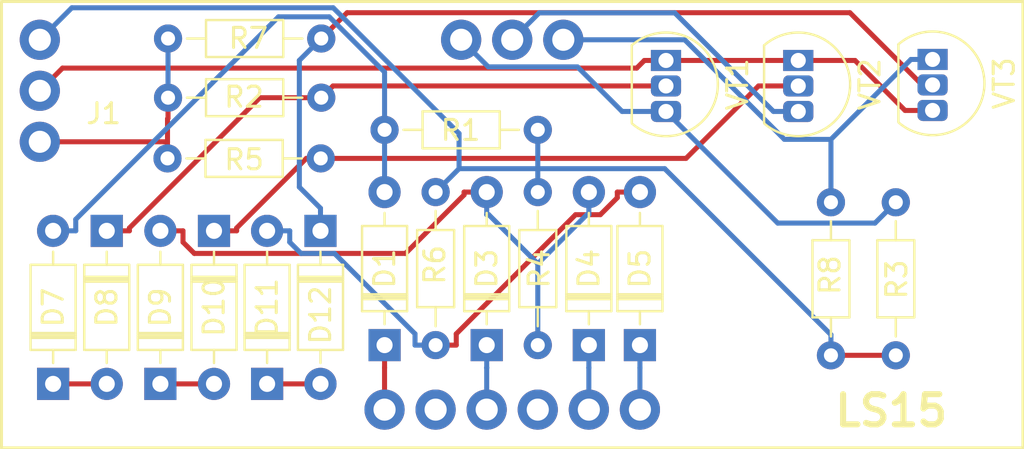
<source format=kicad_pcb>
(kicad_pcb (version 20171130) (host pcbnew "(5.0.0)")

  (general
    (thickness 1.6)
    (drawings 1)
    (tracks 116)
    (zones 0)
    (modules 22)
    (nets 20)
  )

  (page A4)
  (layers
    (0 F.Cu signal)
    (31 B.Cu signal)
    (32 B.Adhes user)
    (33 F.Adhes user)
    (34 B.Paste user)
    (35 F.Paste user)
    (36 B.SilkS user)
    (37 F.SilkS user)
    (38 B.Mask user)
    (39 F.Mask user)
    (40 Dwgs.User user)
    (41 Cmts.User user)
    (42 Eco1.User user)
    (43 Eco2.User user)
    (44 Edge.Cuts user)
    (45 Margin user)
    (46 B.CrtYd user)
    (47 F.CrtYd user)
    (48 B.Fab user)
    (49 F.Fab user hide)
  )

  (setup
    (last_trace_width 0.25)
    (trace_clearance 0.2)
    (zone_clearance 0.508)
    (zone_45_only no)
    (trace_min 0.2)
    (segment_width 0.2)
    (edge_width 0.1)
    (via_size 0.8)
    (via_drill 0.4)
    (via_min_size 0.4)
    (via_min_drill 0.3)
    (uvia_size 0.3)
    (uvia_drill 0.1)
    (uvias_allowed no)
    (uvia_min_size 0.2)
    (uvia_min_drill 0.1)
    (pcb_text_width 0.3)
    (pcb_text_size 1.5 1.5)
    (mod_edge_width 0.15)
    (mod_text_size 1 1)
    (mod_text_width 0.15)
    (pad_size 1.5 1.5)
    (pad_drill 0.6)
    (pad_to_mask_clearance 0)
    (aux_axis_origin 0 0)
    (visible_elements 7FFFFFFF)
    (pcbplotparams
      (layerselection 0x010fc_ffffffff)
      (usegerberextensions false)
      (usegerberattributes false)
      (usegerberadvancedattributes false)
      (creategerberjobfile false)
      (excludeedgelayer true)
      (linewidth 0.100000)
      (plotframeref false)
      (viasonmask false)
      (mode 1)
      (useauxorigin false)
      (hpglpennumber 1)
      (hpglpenspeed 20)
      (hpglpendiameter 15.000000)
      (psnegative false)
      (psa4output false)
      (plotreference true)
      (plotvalue true)
      (plotinvisibletext false)
      (padsonsilk false)
      (subtractmaskfromsilk false)
      (outputformat 1)
      (mirror false)
      (drillshape 0)
      (scaleselection 1)
      (outputdirectory "Gerber/"))
  )

  (net 0 "")
  (net 1 "Net-(D1-Pad2)")
  (net 2 1)
  (net 3 "Net-(D3-Pad2)")
  (net 4 3)
  (net 5 "Net-(D11-Pad2)")
  (net 6 5)
  (net 7 6)
  (net 8 "Net-(D7-Pad1)")
  (net 9 "Net-(D10-Pad1)")
  (net 10 "Net-(D10-Pad2)")
  (net 11 "Net-(D11-Pad1)")
  (net 12 "Net-(D12-Pad1)")
  (net 13 +6v)
  (net 14 0v)
  (net 15 -6v)
  (net 16 12)
  (net 17 13)
  (net 18 "Net-(D8-Pad1)")
  (net 19 11)

  (net_class Default "This is the default net class."
    (clearance 0.2)
    (trace_width 0.25)
    (via_dia 0.8)
    (via_drill 0.4)
    (uvia_dia 0.3)
    (uvia_drill 0.1)
    (add_net +6v)
    (add_net -6v)
    (add_net 0v)
    (add_net 1)
    (add_net 11)
    (add_net 12)
    (add_net 13)
    (add_net 3)
    (add_net 5)
    (add_net 6)
    (add_net "Net-(D1-Pad2)")
    (add_net "Net-(D10-Pad1)")
    (add_net "Net-(D10-Pad2)")
    (add_net "Net-(D11-Pad1)")
    (add_net "Net-(D11-Pad2)")
    (add_net "Net-(D12-Pad1)")
    (add_net "Net-(D3-Pad2)")
    (add_net "Net-(D7-Pad1)")
    (add_net "Net-(D8-Pad1)")
  )

  (module ELLIOTT:LSA (layer F.Cu) (tedit 5C6009BE) (tstamp 5D3DEA20)
    (at 123.138 64.4005)
    (path /5C320323)
    (fp_text reference J1 (at 0 0.5) (layer F.SilkS)
      (effects (font (size 1 1) (thickness 0.15)))
    )
    (fp_text value LSAConnect (at 0 -0.5) (layer F.Fab)
      (effects (font (size 1 1) (thickness 0.15)))
    )
    (fp_line (start -5.08 17.145) (end -5.08 -5.08) (layer F.SilkS) (width 0.15))
    (fp_line (start 45.72 17.145) (end -5.08 17.145) (layer F.SilkS) (width 0.15))
    (fp_line (start 45.72 -5.08) (end 45.72 17.145) (layer F.SilkS) (width 0.15))
    (fp_line (start -5.08 -5.08) (end 45.72 -5.08) (layer F.SilkS) (width 0.15))
    (pad 13 thru_hole circle (at 22.86 -3.175) (size 2 2) (drill 1.1) (layers *.Cu *.Mask)
      (net 17 13))
    (pad 12 thru_hole circle (at 20.32 -3.175) (size 2 2) (drill 1.1) (layers *.Cu *.Mask)
      (net 16 12))
    (pad 11 thru_hole circle (at 17.78 -3.175) (size 2 2) (drill 1.1) (layers *.Cu *.Mask)
      (net 19 11))
    (pad 6 thru_hole circle (at 26.67 15.24) (size 2 2) (drill 1.1) (layers *.Cu *.Mask)
      (net 7 6))
    (pad 5 thru_hole circle (at 24.13 15.24) (size 2 2) (drill 1.1) (layers *.Cu *.Mask)
      (net 6 5))
    (pad 4 thru_hole circle (at 21.59 15.24) (size 2 2) (drill 1.1) (layers *.Cu *.Mask))
    (pad 3 thru_hole circle (at 19.05 15.24) (size 2 2) (drill 1.1) (layers *.Cu *.Mask)
      (net 4 3))
    (pad 2 thru_hole circle (at 16.51 15.24) (size 2 2) (drill 1.1) (layers *.Cu *.Mask))
    (pad 1 thru_hole circle (at 13.97 15.24) (size 2 2) (drill 1.1) (layers *.Cu *.Mask)
      (net 2 1))
    (pad 23 thru_hole circle (at -3.175 1.905) (size 2 2) (drill 1.1) (layers *.Cu *.Mask)
      (net 15 -6v))
    (pad 22 thru_hole circle (at -3.175 -0.635) (size 2 2) (drill 1.1) (layers *.Cu *.Mask)
      (net 14 0v))
    (pad 21 thru_hole circle (at -3.175 -3.175) (size 2 2) (drill 1.1) (layers *.Cu *.Mask)
      (net 13 +6v))
  )

  (module ELLIOTT:D_DO-35_SOD27_P7.62mm_Horizontal (layer F.Cu) (tedit 5B9AA396) (tstamp 5C40BEC5)
    (at 137.109 76.4286 90)
    (descr "Diode, DO-35_SOD27 series, Axial, Horizontal, pin pitch=7.62mm, , length*diameter=4*2mm^2, , http://www.diodes.com/_files/packages/DO-35.pdf")
    (tags "Diode DO-35_SOD27 series Axial Horizontal pin pitch 7.62mm  length 4mm diameter 2mm")
    (path /5B96A028)
    (fp_text reference D1 (at 3.81 0 90) (layer F.SilkS)
      (effects (font (size 1 1) (thickness 0.15)))
    )
    (fp_text value 1N4148 (at 3.81 2.12 90) (layer F.Fab)
      (effects (font (size 1 1) (thickness 0.15)))
    )
    (fp_line (start 2.41 -1) (end 2.41 1) (layer F.Fab) (width 0.1))
    (fp_line (start 2.51 -1) (end 2.51 1) (layer F.Fab) (width 0.1))
    (fp_line (start 2.31 -1) (end 2.31 1) (layer F.Fab) (width 0.1))
    (fp_line (start 1.69 -1.12) (end 1.69 1.12) (layer F.SilkS) (width 0.12))
    (fp_line (start 1.69 1.12) (end 5.93 1.12) (layer F.SilkS) (width 0.12))
    (fp_line (start 5.93 1.12) (end 5.93 -1.12) (layer F.SilkS) (width 0.12))
    (fp_line (start 5.93 -1.12) (end 1.69 -1.12) (layer F.SilkS) (width 0.12))
    (fp_line (start 1.04 0) (end 1.69 0) (layer F.SilkS) (width 0.12))
    (fp_line (start 6.58 0) (end 5.93 0) (layer F.SilkS) (width 0.12))
    (fp_line (start 2.41 -1.12) (end 2.41 1.12) (layer F.SilkS) (width 0.12))
    (fp_line (start 2.53 -1.12) (end 2.53 1.12) (layer F.SilkS) (width 0.12))
    (fp_line (start 2.29 -1.12) (end 2.29 1.12) (layer F.SilkS) (width 0.12))
    (fp_line (start -1.05 -1.25) (end -1.05 1.25) (layer F.CrtYd) (width 0.05))
    (fp_line (start -1.05 1.25) (end 8.67 1.25) (layer F.CrtYd) (width 0.05))
    (fp_line (start 8.67 1.25) (end 8.67 -1.25) (layer F.CrtYd) (width 0.05))
    (fp_line (start 8.67 -1.25) (end -1.05 -1.25) (layer F.CrtYd) (width 0.05))
    (pad 1 thru_hole rect (at 0 0 90) (size 1.6 1.6) (drill 0.8) (layers *.Cu *.Mask)
      (net 2 1))
    (pad 2 thru_hole oval (at 7.62 0 90) (size 1.6 1.6) (drill 0.8) (layers *.Cu *.Mask)
      (net 1 "Net-(D1-Pad2)"))
    (model ${KISYS3DMOD}/Diode_THT.3dshapes/D_DO-35_SOD27_P7.62mm_Horizontal.wrl
      (at (xyz 0 0 0))
      (scale (xyz 1 1 1))
      (rotate (xyz 0 0 0))
    )
  )

  (module ELLIOTT:D_DO-35_SOD27_P7.62mm_Horizontal (layer F.Cu) (tedit 5B9AA396) (tstamp 5C40BEF1)
    (at 142.189 76.4286 90)
    (descr "Diode, DO-35_SOD27 series, Axial, Horizontal, pin pitch=7.62mm, , length*diameter=4*2mm^2, , http://www.diodes.com/_files/packages/DO-35.pdf")
    (tags "Diode DO-35_SOD27 series Axial Horizontal pin pitch 7.62mm  length 4mm diameter 2mm")
    (path /5B96AD4B)
    (fp_text reference D3 (at 3.81 0 90) (layer F.SilkS)
      (effects (font (size 1 1) (thickness 0.15)))
    )
    (fp_text value 1N4148 (at 3.81 2.12 90) (layer F.Fab)
      (effects (font (size 1 1) (thickness 0.15)))
    )
    (fp_line (start 2.41 -1) (end 2.41 1) (layer F.Fab) (width 0.1))
    (fp_line (start 2.51 -1) (end 2.51 1) (layer F.Fab) (width 0.1))
    (fp_line (start 2.31 -1) (end 2.31 1) (layer F.Fab) (width 0.1))
    (fp_line (start 1.69 -1.12) (end 1.69 1.12) (layer F.SilkS) (width 0.12))
    (fp_line (start 1.69 1.12) (end 5.93 1.12) (layer F.SilkS) (width 0.12))
    (fp_line (start 5.93 1.12) (end 5.93 -1.12) (layer F.SilkS) (width 0.12))
    (fp_line (start 5.93 -1.12) (end 1.69 -1.12) (layer F.SilkS) (width 0.12))
    (fp_line (start 1.04 0) (end 1.69 0) (layer F.SilkS) (width 0.12))
    (fp_line (start 6.58 0) (end 5.93 0) (layer F.SilkS) (width 0.12))
    (fp_line (start 2.41 -1.12) (end 2.41 1.12) (layer F.SilkS) (width 0.12))
    (fp_line (start 2.53 -1.12) (end 2.53 1.12) (layer F.SilkS) (width 0.12))
    (fp_line (start 2.29 -1.12) (end 2.29 1.12) (layer F.SilkS) (width 0.12))
    (fp_line (start -1.05 -1.25) (end -1.05 1.25) (layer F.CrtYd) (width 0.05))
    (fp_line (start -1.05 1.25) (end 8.67 1.25) (layer F.CrtYd) (width 0.05))
    (fp_line (start 8.67 1.25) (end 8.67 -1.25) (layer F.CrtYd) (width 0.05))
    (fp_line (start 8.67 -1.25) (end -1.05 -1.25) (layer F.CrtYd) (width 0.05))
    (pad 1 thru_hole rect (at 0 0 90) (size 1.6 1.6) (drill 0.8) (layers *.Cu *.Mask)
      (net 4 3))
    (pad 2 thru_hole oval (at 7.62 0 90) (size 1.6 1.6) (drill 0.8) (layers *.Cu *.Mask)
      (net 3 "Net-(D3-Pad2)"))
    (model ${KISYS3DMOD}/Diode_THT.3dshapes/D_DO-35_SOD27_P7.62mm_Horizontal.wrl
      (at (xyz 0 0 0))
      (scale (xyz 1 1 1))
      (rotate (xyz 0 0 0))
    )
  )

  (module ELLIOTT:D_DO-35_SOD27_P7.62mm_Horizontal (layer F.Cu) (tedit 5B9AA396) (tstamp 5C40BF07)
    (at 147.269 76.4286 90)
    (descr "Diode, DO-35_SOD27 series, Axial, Horizontal, pin pitch=7.62mm, , length*diameter=4*2mm^2, , http://www.diodes.com/_files/packages/DO-35.pdf")
    (tags "Diode DO-35_SOD27 series Axial Horizontal pin pitch 7.62mm  length 4mm diameter 2mm")
    (path /5B96AD51)
    (fp_text reference D4 (at 3.81 0 90) (layer F.SilkS)
      (effects (font (size 1 1) (thickness 0.15)))
    )
    (fp_text value 1N4148 (at 3.81 2.12 90) (layer F.Fab)
      (effects (font (size 1 1) (thickness 0.15)))
    )
    (fp_line (start 2.41 -1) (end 2.41 1) (layer F.Fab) (width 0.1))
    (fp_line (start 2.51 -1) (end 2.51 1) (layer F.Fab) (width 0.1))
    (fp_line (start 2.31 -1) (end 2.31 1) (layer F.Fab) (width 0.1))
    (fp_line (start 1.69 -1.12) (end 1.69 1.12) (layer F.SilkS) (width 0.12))
    (fp_line (start 1.69 1.12) (end 5.93 1.12) (layer F.SilkS) (width 0.12))
    (fp_line (start 5.93 1.12) (end 5.93 -1.12) (layer F.SilkS) (width 0.12))
    (fp_line (start 5.93 -1.12) (end 1.69 -1.12) (layer F.SilkS) (width 0.12))
    (fp_line (start 1.04 0) (end 1.69 0) (layer F.SilkS) (width 0.12))
    (fp_line (start 6.58 0) (end 5.93 0) (layer F.SilkS) (width 0.12))
    (fp_line (start 2.41 -1.12) (end 2.41 1.12) (layer F.SilkS) (width 0.12))
    (fp_line (start 2.53 -1.12) (end 2.53 1.12) (layer F.SilkS) (width 0.12))
    (fp_line (start 2.29 -1.12) (end 2.29 1.12) (layer F.SilkS) (width 0.12))
    (fp_line (start -1.05 -1.25) (end -1.05 1.25) (layer F.CrtYd) (width 0.05))
    (fp_line (start -1.05 1.25) (end 8.67 1.25) (layer F.CrtYd) (width 0.05))
    (fp_line (start 8.67 1.25) (end 8.67 -1.25) (layer F.CrtYd) (width 0.05))
    (fp_line (start 8.67 -1.25) (end -1.05 -1.25) (layer F.CrtYd) (width 0.05))
    (pad 1 thru_hole rect (at 0 0 90) (size 1.6 1.6) (drill 0.8) (layers *.Cu *.Mask)
      (net 6 5))
    (pad 2 thru_hole oval (at 7.62 0 90) (size 1.6 1.6) (drill 0.8) (layers *.Cu *.Mask)
      (net 3 "Net-(D3-Pad2)"))
    (model ${KISYS3DMOD}/Diode_THT.3dshapes/D_DO-35_SOD27_P7.62mm_Horizontal.wrl
      (at (xyz 0 0 0))
      (scale (xyz 1 1 1))
      (rotate (xyz 0 0 0))
    )
  )

  (module ELLIOTT:D_DO-35_SOD27_P7.62mm_Horizontal (layer F.Cu) (tedit 5B9AA396) (tstamp 5C40BF1D)
    (at 149.809 76.4286 90)
    (descr "Diode, DO-35_SOD27 series, Axial, Horizontal, pin pitch=7.62mm, , length*diameter=4*2mm^2, , http://www.diodes.com/_files/packages/DO-35.pdf")
    (tags "Diode DO-35_SOD27 series Axial Horizontal pin pitch 7.62mm  length 4mm diameter 2mm")
    (path /5B96B3C3)
    (fp_text reference D5 (at 3.81 0 90) (layer F.SilkS)
      (effects (font (size 1 1) (thickness 0.15)))
    )
    (fp_text value 1N4148 (at 3.81 2.12 90) (layer F.Fab)
      (effects (font (size 1 1) (thickness 0.15)))
    )
    (fp_line (start 2.41 -1) (end 2.41 1) (layer F.Fab) (width 0.1))
    (fp_line (start 2.51 -1) (end 2.51 1) (layer F.Fab) (width 0.1))
    (fp_line (start 2.31 -1) (end 2.31 1) (layer F.Fab) (width 0.1))
    (fp_line (start 1.69 -1.12) (end 1.69 1.12) (layer F.SilkS) (width 0.12))
    (fp_line (start 1.69 1.12) (end 5.93 1.12) (layer F.SilkS) (width 0.12))
    (fp_line (start 5.93 1.12) (end 5.93 -1.12) (layer F.SilkS) (width 0.12))
    (fp_line (start 5.93 -1.12) (end 1.69 -1.12) (layer F.SilkS) (width 0.12))
    (fp_line (start 1.04 0) (end 1.69 0) (layer F.SilkS) (width 0.12))
    (fp_line (start 6.58 0) (end 5.93 0) (layer F.SilkS) (width 0.12))
    (fp_line (start 2.41 -1.12) (end 2.41 1.12) (layer F.SilkS) (width 0.12))
    (fp_line (start 2.53 -1.12) (end 2.53 1.12) (layer F.SilkS) (width 0.12))
    (fp_line (start 2.29 -1.12) (end 2.29 1.12) (layer F.SilkS) (width 0.12))
    (fp_line (start -1.05 -1.25) (end -1.05 1.25) (layer F.CrtYd) (width 0.05))
    (fp_line (start -1.05 1.25) (end 8.67 1.25) (layer F.CrtYd) (width 0.05))
    (fp_line (start 8.67 1.25) (end 8.67 -1.25) (layer F.CrtYd) (width 0.05))
    (fp_line (start 8.67 -1.25) (end -1.05 -1.25) (layer F.CrtYd) (width 0.05))
    (pad 1 thru_hole rect (at 0 0 90) (size 1.6 1.6) (drill 0.8) (layers *.Cu *.Mask)
      (net 7 6))
    (pad 2 thru_hole oval (at 7.62 0 90) (size 1.6 1.6) (drill 0.8) (layers *.Cu *.Mask)
      (net 5 "Net-(D11-Pad2)"))
    (model ${KISYS3DMOD}/Diode_THT.3dshapes/D_DO-35_SOD27_P7.62mm_Horizontal.wrl
      (at (xyz 0 0 0))
      (scale (xyz 1 1 1))
      (rotate (xyz 0 0 0))
    )
  )

  (module ELLIOTT:D_DO-35_SOD27_P7.62mm_Horizontal (layer F.Cu) (tedit 5B9AA396) (tstamp 5C40BF49)
    (at 120.625 78.359 90)
    (descr "Diode, DO-35_SOD27 series, Axial, Horizontal, pin pitch=7.62mm, , length*diameter=4*2mm^2, , http://www.diodes.com/_files/packages/DO-35.pdf")
    (tags "Diode DO-35_SOD27 series Axial Horizontal pin pitch 7.62mm  length 4mm diameter 2mm")
    (path /5B96A1C7)
    (fp_text reference D7 (at 3.81 0 90) (layer F.SilkS)
      (effects (font (size 1 1) (thickness 0.15)))
    )
    (fp_text value 1N4148 (at 3.81 2.12 90) (layer F.Fab)
      (effects (font (size 1 1) (thickness 0.15)))
    )
    (fp_line (start 2.41 -1) (end 2.41 1) (layer F.Fab) (width 0.1))
    (fp_line (start 2.51 -1) (end 2.51 1) (layer F.Fab) (width 0.1))
    (fp_line (start 2.31 -1) (end 2.31 1) (layer F.Fab) (width 0.1))
    (fp_line (start 1.69 -1.12) (end 1.69 1.12) (layer F.SilkS) (width 0.12))
    (fp_line (start 1.69 1.12) (end 5.93 1.12) (layer F.SilkS) (width 0.12))
    (fp_line (start 5.93 1.12) (end 5.93 -1.12) (layer F.SilkS) (width 0.12))
    (fp_line (start 5.93 -1.12) (end 1.69 -1.12) (layer F.SilkS) (width 0.12))
    (fp_line (start 1.04 0) (end 1.69 0) (layer F.SilkS) (width 0.12))
    (fp_line (start 6.58 0) (end 5.93 0) (layer F.SilkS) (width 0.12))
    (fp_line (start 2.41 -1.12) (end 2.41 1.12) (layer F.SilkS) (width 0.12))
    (fp_line (start 2.53 -1.12) (end 2.53 1.12) (layer F.SilkS) (width 0.12))
    (fp_line (start 2.29 -1.12) (end 2.29 1.12) (layer F.SilkS) (width 0.12))
    (fp_line (start -1.05 -1.25) (end -1.05 1.25) (layer F.CrtYd) (width 0.05))
    (fp_line (start -1.05 1.25) (end 8.67 1.25) (layer F.CrtYd) (width 0.05))
    (fp_line (start 8.67 1.25) (end 8.67 -1.25) (layer F.CrtYd) (width 0.05))
    (fp_line (start 8.67 -1.25) (end -1.05 -1.25) (layer F.CrtYd) (width 0.05))
    (pad 1 thru_hole rect (at 0 0 90) (size 1.6 1.6) (drill 0.8) (layers *.Cu *.Mask)
      (net 8 "Net-(D7-Pad1)"))
    (pad 2 thru_hole oval (at 7.62 0 90) (size 1.6 1.6) (drill 0.8) (layers *.Cu *.Mask)
      (net 1 "Net-(D1-Pad2)"))
    (model ${KISYS3DMOD}/Diode_THT.3dshapes/D_DO-35_SOD27_P7.62mm_Horizontal.wrl
      (at (xyz 0 0 0))
      (scale (xyz 1 1 1))
      (rotate (xyz 0 0 0))
    )
  )

  (module ELLIOTT:D_DO-35_SOD27_P7.62mm_Horizontal (layer F.Cu) (tedit 5B9AA396) (tstamp 5C40BF5F)
    (at 123.292 70.739 270)
    (descr "Diode, DO-35_SOD27 series, Axial, Horizontal, pin pitch=7.62mm, , length*diameter=4*2mm^2, , http://www.diodes.com/_files/packages/DO-35.pdf")
    (tags "Diode DO-35_SOD27 series Axial Horizontal pin pitch 7.62mm  length 4mm diameter 2mm")
    (path /5B96A1FD)
    (fp_text reference D8 (at 3.81 0 270) (layer F.SilkS)
      (effects (font (size 1 1) (thickness 0.15)))
    )
    (fp_text value 1N4148 (at 3.81 2.12 270) (layer F.Fab)
      (effects (font (size 1 1) (thickness 0.15)))
    )
    (fp_line (start 2.41 -1) (end 2.41 1) (layer F.Fab) (width 0.1))
    (fp_line (start 2.51 -1) (end 2.51 1) (layer F.Fab) (width 0.1))
    (fp_line (start 2.31 -1) (end 2.31 1) (layer F.Fab) (width 0.1))
    (fp_line (start 1.69 -1.12) (end 1.69 1.12) (layer F.SilkS) (width 0.12))
    (fp_line (start 1.69 1.12) (end 5.93 1.12) (layer F.SilkS) (width 0.12))
    (fp_line (start 5.93 1.12) (end 5.93 -1.12) (layer F.SilkS) (width 0.12))
    (fp_line (start 5.93 -1.12) (end 1.69 -1.12) (layer F.SilkS) (width 0.12))
    (fp_line (start 1.04 0) (end 1.69 0) (layer F.SilkS) (width 0.12))
    (fp_line (start 6.58 0) (end 5.93 0) (layer F.SilkS) (width 0.12))
    (fp_line (start 2.41 -1.12) (end 2.41 1.12) (layer F.SilkS) (width 0.12))
    (fp_line (start 2.53 -1.12) (end 2.53 1.12) (layer F.SilkS) (width 0.12))
    (fp_line (start 2.29 -1.12) (end 2.29 1.12) (layer F.SilkS) (width 0.12))
    (fp_line (start -1.05 -1.25) (end -1.05 1.25) (layer F.CrtYd) (width 0.05))
    (fp_line (start -1.05 1.25) (end 8.67 1.25) (layer F.CrtYd) (width 0.05))
    (fp_line (start 8.67 1.25) (end 8.67 -1.25) (layer F.CrtYd) (width 0.05))
    (fp_line (start 8.67 -1.25) (end -1.05 -1.25) (layer F.CrtYd) (width 0.05))
    (pad 1 thru_hole rect (at 0 0 270) (size 1.6 1.6) (drill 0.8) (layers *.Cu *.Mask)
      (net 18 "Net-(D8-Pad1)"))
    (pad 2 thru_hole oval (at 7.62 0 270) (size 1.6 1.6) (drill 0.8) (layers *.Cu *.Mask)
      (net 8 "Net-(D7-Pad1)"))
    (model ${KISYS3DMOD}/Diode_THT.3dshapes/D_DO-35_SOD27_P7.62mm_Horizontal.wrl
      (at (xyz 0 0 0))
      (scale (xyz 1 1 1))
      (rotate (xyz 0 0 0))
    )
  )

  (module ELLIOTT:D_DO-35_SOD27_P7.62mm_Horizontal (layer F.Cu) (tedit 5B9AA396) (tstamp 5C40BF75)
    (at 125.959 78.359 90)
    (descr "Diode, DO-35_SOD27 series, Axial, Horizontal, pin pitch=7.62mm, , length*diameter=4*2mm^2, , http://www.diodes.com/_files/packages/DO-35.pdf")
    (tags "Diode DO-35_SOD27 series Axial Horizontal pin pitch 7.62mm  length 4mm diameter 2mm")
    (path /5B96AD63)
    (fp_text reference D9 (at 3.81 0 90) (layer F.SilkS)
      (effects (font (size 1 1) (thickness 0.15)))
    )
    (fp_text value 1N4148 (at 3.81 2.12 90) (layer F.Fab)
      (effects (font (size 1 1) (thickness 0.15)))
    )
    (fp_line (start 2.41 -1) (end 2.41 1) (layer F.Fab) (width 0.1))
    (fp_line (start 2.51 -1) (end 2.51 1) (layer F.Fab) (width 0.1))
    (fp_line (start 2.31 -1) (end 2.31 1) (layer F.Fab) (width 0.1))
    (fp_line (start 1.69 -1.12) (end 1.69 1.12) (layer F.SilkS) (width 0.12))
    (fp_line (start 1.69 1.12) (end 5.93 1.12) (layer F.SilkS) (width 0.12))
    (fp_line (start 5.93 1.12) (end 5.93 -1.12) (layer F.SilkS) (width 0.12))
    (fp_line (start 5.93 -1.12) (end 1.69 -1.12) (layer F.SilkS) (width 0.12))
    (fp_line (start 1.04 0) (end 1.69 0) (layer F.SilkS) (width 0.12))
    (fp_line (start 6.58 0) (end 5.93 0) (layer F.SilkS) (width 0.12))
    (fp_line (start 2.41 -1.12) (end 2.41 1.12) (layer F.SilkS) (width 0.12))
    (fp_line (start 2.53 -1.12) (end 2.53 1.12) (layer F.SilkS) (width 0.12))
    (fp_line (start 2.29 -1.12) (end 2.29 1.12) (layer F.SilkS) (width 0.12))
    (fp_line (start -1.05 -1.25) (end -1.05 1.25) (layer F.CrtYd) (width 0.05))
    (fp_line (start -1.05 1.25) (end 8.67 1.25) (layer F.CrtYd) (width 0.05))
    (fp_line (start 8.67 1.25) (end 8.67 -1.25) (layer F.CrtYd) (width 0.05))
    (fp_line (start 8.67 -1.25) (end -1.05 -1.25) (layer F.CrtYd) (width 0.05))
    (pad 1 thru_hole rect (at 0 0 90) (size 1.6 1.6) (drill 0.8) (layers *.Cu *.Mask)
      (net 10 "Net-(D10-Pad2)"))
    (pad 2 thru_hole oval (at 7.62 0 90) (size 1.6 1.6) (drill 0.8) (layers *.Cu *.Mask)
      (net 3 "Net-(D3-Pad2)"))
    (model ${KISYS3DMOD}/Diode_THT.3dshapes/D_DO-35_SOD27_P7.62mm_Horizontal.wrl
      (at (xyz 0 0 0))
      (scale (xyz 1 1 1))
      (rotate (xyz 0 0 0))
    )
  )

  (module ELLIOTT:D_DO-35_SOD27_P7.62mm_Horizontal (layer F.Cu) (tedit 5B9AA396) (tstamp 5D3DF257)
    (at 128.626 70.739 270)
    (descr "Diode, DO-35_SOD27 series, Axial, Horizontal, pin pitch=7.62mm, , length*diameter=4*2mm^2, , http://www.diodes.com/_files/packages/DO-35.pdf")
    (tags "Diode DO-35_SOD27 series Axial Horizontal pin pitch 7.62mm  length 4mm diameter 2mm")
    (path /5B96AD69)
    (fp_text reference D10 (at 3.81 0 270) (layer F.SilkS)
      (effects (font (size 1 1) (thickness 0.15)))
    )
    (fp_text value 1N4148 (at 3.81 2.12 270) (layer F.Fab)
      (effects (font (size 1 1) (thickness 0.15)))
    )
    (fp_line (start 2.41 -1) (end 2.41 1) (layer F.Fab) (width 0.1))
    (fp_line (start 2.51 -1) (end 2.51 1) (layer F.Fab) (width 0.1))
    (fp_line (start 2.31 -1) (end 2.31 1) (layer F.Fab) (width 0.1))
    (fp_line (start 1.69 -1.12) (end 1.69 1.12) (layer F.SilkS) (width 0.12))
    (fp_line (start 1.69 1.12) (end 5.93 1.12) (layer F.SilkS) (width 0.12))
    (fp_line (start 5.93 1.12) (end 5.93 -1.12) (layer F.SilkS) (width 0.12))
    (fp_line (start 5.93 -1.12) (end 1.69 -1.12) (layer F.SilkS) (width 0.12))
    (fp_line (start 1.04 0) (end 1.69 0) (layer F.SilkS) (width 0.12))
    (fp_line (start 6.58 0) (end 5.93 0) (layer F.SilkS) (width 0.12))
    (fp_line (start 2.41 -1.12) (end 2.41 1.12) (layer F.SilkS) (width 0.12))
    (fp_line (start 2.53 -1.12) (end 2.53 1.12) (layer F.SilkS) (width 0.12))
    (fp_line (start 2.29 -1.12) (end 2.29 1.12) (layer F.SilkS) (width 0.12))
    (fp_line (start -1.05 -1.25) (end -1.05 1.25) (layer F.CrtYd) (width 0.05))
    (fp_line (start -1.05 1.25) (end 8.67 1.25) (layer F.CrtYd) (width 0.05))
    (fp_line (start 8.67 1.25) (end 8.67 -1.25) (layer F.CrtYd) (width 0.05))
    (fp_line (start 8.67 -1.25) (end -1.05 -1.25) (layer F.CrtYd) (width 0.05))
    (pad 1 thru_hole rect (at 0 0 270) (size 1.6 1.6) (drill 0.8) (layers *.Cu *.Mask)
      (net 9 "Net-(D10-Pad1)"))
    (pad 2 thru_hole oval (at 7.62 0 270) (size 1.6 1.6) (drill 0.8) (layers *.Cu *.Mask)
      (net 10 "Net-(D10-Pad2)"))
    (model ${KISYS3DMOD}/Diode_THT.3dshapes/D_DO-35_SOD27_P7.62mm_Horizontal.wrl
      (at (xyz 0 0 0))
      (scale (xyz 1 1 1))
      (rotate (xyz 0 0 0))
    )
  )

  (module ELLIOTT:D_DO-35_SOD27_P7.62mm_Horizontal (layer F.Cu) (tedit 5B9AA396) (tstamp 5C40BFA1)
    (at 131.267 78.359 90)
    (descr "Diode, DO-35_SOD27 series, Axial, Horizontal, pin pitch=7.62mm, , length*diameter=4*2mm^2, , http://www.diodes.com/_files/packages/DO-35.pdf")
    (tags "Diode DO-35_SOD27 series Axial Horizontal pin pitch 7.62mm  length 4mm diameter 2mm")
    (path /5B96B3DB)
    (fp_text reference D11 (at 3.81 0 90) (layer F.SilkS)
      (effects (font (size 1 1) (thickness 0.15)))
    )
    (fp_text value 1N4148 (at 3.81 2.12 90) (layer F.Fab)
      (effects (font (size 1 1) (thickness 0.15)))
    )
    (fp_line (start 2.41 -1) (end 2.41 1) (layer F.Fab) (width 0.1))
    (fp_line (start 2.51 -1) (end 2.51 1) (layer F.Fab) (width 0.1))
    (fp_line (start 2.31 -1) (end 2.31 1) (layer F.Fab) (width 0.1))
    (fp_line (start 1.69 -1.12) (end 1.69 1.12) (layer F.SilkS) (width 0.12))
    (fp_line (start 1.69 1.12) (end 5.93 1.12) (layer F.SilkS) (width 0.12))
    (fp_line (start 5.93 1.12) (end 5.93 -1.12) (layer F.SilkS) (width 0.12))
    (fp_line (start 5.93 -1.12) (end 1.69 -1.12) (layer F.SilkS) (width 0.12))
    (fp_line (start 1.04 0) (end 1.69 0) (layer F.SilkS) (width 0.12))
    (fp_line (start 6.58 0) (end 5.93 0) (layer F.SilkS) (width 0.12))
    (fp_line (start 2.41 -1.12) (end 2.41 1.12) (layer F.SilkS) (width 0.12))
    (fp_line (start 2.53 -1.12) (end 2.53 1.12) (layer F.SilkS) (width 0.12))
    (fp_line (start 2.29 -1.12) (end 2.29 1.12) (layer F.SilkS) (width 0.12))
    (fp_line (start -1.05 -1.25) (end -1.05 1.25) (layer F.CrtYd) (width 0.05))
    (fp_line (start -1.05 1.25) (end 8.67 1.25) (layer F.CrtYd) (width 0.05))
    (fp_line (start 8.67 1.25) (end 8.67 -1.25) (layer F.CrtYd) (width 0.05))
    (fp_line (start 8.67 -1.25) (end -1.05 -1.25) (layer F.CrtYd) (width 0.05))
    (pad 1 thru_hole rect (at 0 0 90) (size 1.6 1.6) (drill 0.8) (layers *.Cu *.Mask)
      (net 11 "Net-(D11-Pad1)"))
    (pad 2 thru_hole oval (at 7.62 0 90) (size 1.6 1.6) (drill 0.8) (layers *.Cu *.Mask)
      (net 5 "Net-(D11-Pad2)"))
    (model ${KISYS3DMOD}/Diode_THT.3dshapes/D_DO-35_SOD27_P7.62mm_Horizontal.wrl
      (at (xyz 0 0 0))
      (scale (xyz 1 1 1))
      (rotate (xyz 0 0 0))
    )
  )

  (module ELLIOTT:D_DO-35_SOD27_P7.62mm_Horizontal (layer F.Cu) (tedit 5B9AA396) (tstamp 5C40BFB7)
    (at 133.922 70.739 270)
    (descr "Diode, DO-35_SOD27 series, Axial, Horizontal, pin pitch=7.62mm, , length*diameter=4*2mm^2, , http://www.diodes.com/_files/packages/DO-35.pdf")
    (tags "Diode DO-35_SOD27 series Axial Horizontal pin pitch 7.62mm  length 4mm diameter 2mm")
    (path /5B96B3E1)
    (fp_text reference D12 (at 4.191 0 270) (layer F.SilkS)
      (effects (font (size 1 1) (thickness 0.15)))
    )
    (fp_text value 1N4148 (at 3.81 2.12 270) (layer F.Fab)
      (effects (font (size 1 1) (thickness 0.15)))
    )
    (fp_line (start 2.41 -1) (end 2.41 1) (layer F.Fab) (width 0.1))
    (fp_line (start 2.51 -1) (end 2.51 1) (layer F.Fab) (width 0.1))
    (fp_line (start 2.31 -1) (end 2.31 1) (layer F.Fab) (width 0.1))
    (fp_line (start 1.69 -1.12) (end 1.69 1.12) (layer F.SilkS) (width 0.12))
    (fp_line (start 1.69 1.12) (end 5.93 1.12) (layer F.SilkS) (width 0.12))
    (fp_line (start 5.93 1.12) (end 5.93 -1.12) (layer F.SilkS) (width 0.12))
    (fp_line (start 5.93 -1.12) (end 1.69 -1.12) (layer F.SilkS) (width 0.12))
    (fp_line (start 1.04 0) (end 1.69 0) (layer F.SilkS) (width 0.12))
    (fp_line (start 6.58 0) (end 5.93 0) (layer F.SilkS) (width 0.12))
    (fp_line (start 2.41 -1.12) (end 2.41 1.12) (layer F.SilkS) (width 0.12))
    (fp_line (start 2.53 -1.12) (end 2.53 1.12) (layer F.SilkS) (width 0.12))
    (fp_line (start 2.29 -1.12) (end 2.29 1.12) (layer F.SilkS) (width 0.12))
    (fp_line (start -1.05 -1.25) (end -1.05 1.25) (layer F.CrtYd) (width 0.05))
    (fp_line (start -1.05 1.25) (end 8.67 1.25) (layer F.CrtYd) (width 0.05))
    (fp_line (start 8.67 1.25) (end 8.67 -1.25) (layer F.CrtYd) (width 0.05))
    (fp_line (start 8.67 -1.25) (end -1.05 -1.25) (layer F.CrtYd) (width 0.05))
    (pad 1 thru_hole rect (at 0 0 270) (size 1.6 1.6) (drill 0.8) (layers *.Cu *.Mask)
      (net 12 "Net-(D12-Pad1)"))
    (pad 2 thru_hole oval (at 7.62 0 270) (size 1.6 1.6) (drill 0.8) (layers *.Cu *.Mask)
      (net 11 "Net-(D11-Pad1)"))
    (model ${KISYS3DMOD}/Diode_THT.3dshapes/D_DO-35_SOD27_P7.62mm_Horizontal.wrl
      (at (xyz 0 0 0))
      (scale (xyz 1 1 1))
      (rotate (xyz 0 0 0))
    )
  )

  (module ELLIOTT:R_Axial_DIN0204_L3.6mm_D1.6mm_P7.62mm_Horizontal (layer F.Cu) (tedit 5B9AA3EA) (tstamp 5D3DEF2C)
    (at 144.729 65.7098 180)
    (descr "Resistor, Axial_DIN0204 series, Axial, Horizontal, pin pitch=7.62mm, 0.167W, length*diameter=3.6*1.6mm^2, http://cdn-reichelt.de/documents/datenblatt/B400/1_4W%23YAG.pdf")
    (tags "Resistor Axial_DIN0204 series Axial Horizontal pin pitch 7.62mm 0.167W length 3.6mm diameter 1.6mm")
    (path /5B96A14D)
    (fp_text reference R1 (at 3.841499 -0.023001 180) (layer F.SilkS)
      (effects (font (size 1 1) (thickness 0.15)))
    )
    (fp_text value 1k (at 3.81 1.92 180) (layer F.Fab)
      (effects (font (size 1 1) (thickness 0.15)))
    )
    (fp_line (start 1.89 -0.92) (end 1.89 0.92) (layer F.SilkS) (width 0.12))
    (fp_line (start 1.89 0.92) (end 5.73 0.92) (layer F.SilkS) (width 0.12))
    (fp_line (start 5.73 0.92) (end 5.73 -0.92) (layer F.SilkS) (width 0.12))
    (fp_line (start 5.73 -0.92) (end 1.89 -0.92) (layer F.SilkS) (width 0.12))
    (fp_line (start 0.94 0) (end 1.89 0) (layer F.SilkS) (width 0.12))
    (fp_line (start 6.68 0) (end 5.73 0) (layer F.SilkS) (width 0.12))
    (fp_line (start -1.05 -1.25) (end -1.05 1.25) (layer F.CrtYd) (width 0.05))
    (fp_line (start -1.05 1.25) (end 8.67 1.25) (layer F.CrtYd) (width 0.05))
    (fp_line (start 8.67 1.25) (end 8.67 -1.25) (layer F.CrtYd) (width 0.05))
    (fp_line (start 8.67 -1.25) (end -1.05 -1.25) (layer F.CrtYd) (width 0.05))
    (pad 1 thru_hole circle (at 0 0 180) (size 1.4 1.4) (drill 0.7) (layers *.Cu *.Mask)
      (net 13 +6v))
    (pad 2 thru_hole oval (at 7.62 0 180) (size 1.4 1.4) (drill 0.7) (layers *.Cu *.Mask)
      (net 1 "Net-(D1-Pad2)"))
    (model ${KISYS3DMOD}/Resistor_THT.3dshapes/R_Axial_DIN0204_L3.6mm_D1.6mm_P7.62mm_Horizontal.wrl
      (at (xyz 0 0 0))
      (scale (xyz 1 1 1))
      (rotate (xyz 0 0 0))
    )
  )

  (module ELLIOTT:R_Axial_DIN0204_L3.6mm_D1.6mm_P7.62mm_Horizontal (layer F.Cu) (tedit 5B9AA3EA) (tstamp 5C40BFEB)
    (at 133.96 64.1096 180)
    (descr "Resistor, Axial_DIN0204 series, Axial, Horizontal, pin pitch=7.62mm, 0.167W, length*diameter=3.6*1.6mm^2, http://cdn-reichelt.de/documents/datenblatt/B400/1_4W%23YAG.pdf")
    (tags "Resistor Axial_DIN0204 series Axial Horizontal pin pitch 7.62mm 0.167W length 3.6mm diameter 1.6mm")
    (path /5D3E0919)
    (fp_text reference R2 (at 3.841499 0.030499 180) (layer F.SilkS)
      (effects (font (size 1 1) (thickness 0.15)))
    )
    (fp_text value 10k (at 3.81 1.92 180) (layer F.Fab)
      (effects (font (size 1 1) (thickness 0.15)))
    )
    (fp_line (start 1.89 -0.92) (end 1.89 0.92) (layer F.SilkS) (width 0.12))
    (fp_line (start 1.89 0.92) (end 5.73 0.92) (layer F.SilkS) (width 0.12))
    (fp_line (start 5.73 0.92) (end 5.73 -0.92) (layer F.SilkS) (width 0.12))
    (fp_line (start 5.73 -0.92) (end 1.89 -0.92) (layer F.SilkS) (width 0.12))
    (fp_line (start 0.94 0) (end 1.89 0) (layer F.SilkS) (width 0.12))
    (fp_line (start 6.68 0) (end 5.73 0) (layer F.SilkS) (width 0.12))
    (fp_line (start -1.05 -1.25) (end -1.05 1.25) (layer F.CrtYd) (width 0.05))
    (fp_line (start -1.05 1.25) (end 8.67 1.25) (layer F.CrtYd) (width 0.05))
    (fp_line (start 8.67 1.25) (end 8.67 -1.25) (layer F.CrtYd) (width 0.05))
    (fp_line (start 8.67 -1.25) (end -1.05 -1.25) (layer F.CrtYd) (width 0.05))
    (pad 1 thru_hole circle (at 0 0 180) (size 1.4 1.4) (drill 0.7) (layers *.Cu *.Mask)
      (net 18 "Net-(D8-Pad1)"))
    (pad 2 thru_hole oval (at 7.62 0 180) (size 1.4 1.4) (drill 0.7) (layers *.Cu *.Mask)
      (net 15 -6v))
    (model ${KISYS3DMOD}/Resistor_THT.3dshapes/R_Axial_DIN0204_L3.6mm_D1.6mm_P7.62mm_Horizontal.wrl
      (at (xyz 0 0 0))
      (scale (xyz 1 1 1))
      (rotate (xyz 0 0 0))
    )
  )

  (module ELLIOTT:R_Axial_DIN0204_L3.6mm_D1.6mm_P7.62mm_Horizontal (layer F.Cu) (tedit 5B9AA3EA) (tstamp 5C40BFFB)
    (at 162.535 69.3166 270)
    (descr "Resistor, Axial_DIN0204 series, Axial, Horizontal, pin pitch=7.62mm, 0.167W, length*diameter=3.6*1.6mm^2, http://cdn-reichelt.de/documents/datenblatt/B400/1_4W%23YAG.pdf")
    (tags "Resistor Axial_DIN0204 series Axial Horizontal pin pitch 7.62mm 0.167W length 3.6mm diameter 1.6mm")
    (path /5D3E2DF0)
    (fp_text reference R3 (at 3.841499 -0.043001 270) (layer F.SilkS)
      (effects (font (size 1 1) (thickness 0.15)))
    )
    (fp_text value 390R (at 3.81 1.92 270) (layer F.Fab)
      (effects (font (size 1 1) (thickness 0.15)))
    )
    (fp_line (start 1.89 -0.92) (end 1.89 0.92) (layer F.SilkS) (width 0.12))
    (fp_line (start 1.89 0.92) (end 5.73 0.92) (layer F.SilkS) (width 0.12))
    (fp_line (start 5.73 0.92) (end 5.73 -0.92) (layer F.SilkS) (width 0.12))
    (fp_line (start 5.73 -0.92) (end 1.89 -0.92) (layer F.SilkS) (width 0.12))
    (fp_line (start 0.94 0) (end 1.89 0) (layer F.SilkS) (width 0.12))
    (fp_line (start 6.68 0) (end 5.73 0) (layer F.SilkS) (width 0.12))
    (fp_line (start -1.05 -1.25) (end -1.05 1.25) (layer F.CrtYd) (width 0.05))
    (fp_line (start -1.05 1.25) (end 8.67 1.25) (layer F.CrtYd) (width 0.05))
    (fp_line (start 8.67 1.25) (end 8.67 -1.25) (layer F.CrtYd) (width 0.05))
    (fp_line (start 8.67 -1.25) (end -1.05 -1.25) (layer F.CrtYd) (width 0.05))
    (pad 1 thru_hole circle (at 0 0 270) (size 1.4 1.4) (drill 0.7) (layers *.Cu *.Mask)
      (net 19 11))
    (pad 2 thru_hole oval (at 7.62 0 270) (size 1.4 1.4) (drill 0.7) (layers *.Cu *.Mask)
      (net 13 +6v))
    (model ${KISYS3DMOD}/Resistor_THT.3dshapes/R_Axial_DIN0204_L3.6mm_D1.6mm_P7.62mm_Horizontal.wrl
      (at (xyz 0 0 0))
      (scale (xyz 1 1 1))
      (rotate (xyz 0 0 0))
    )
  )

  (module ELLIOTT:R_Axial_DIN0204_L3.6mm_D1.6mm_P7.62mm_Horizontal (layer F.Cu) (tedit 5B9AA3EA) (tstamp 5C40C00B)
    (at 144.729 68.8086 270)
    (descr "Resistor, Axial_DIN0204 series, Axial, Horizontal, pin pitch=7.62mm, 0.167W, length*diameter=3.6*1.6mm^2, http://cdn-reichelt.de/documents/datenblatt/B400/1_4W%23YAG.pdf")
    (tags "Resistor Axial_DIN0204 series Axial Horizontal pin pitch 7.62mm 0.167W length 3.6mm diameter 1.6mm")
    (path /5B96AD57)
    (fp_text reference R4 (at 3.81 -0.0635 270) (layer F.SilkS)
      (effects (font (size 1 1) (thickness 0.15)))
    )
    (fp_text value 2.2k (at 3.81 1.92 270) (layer F.Fab)
      (effects (font (size 1 1) (thickness 0.15)))
    )
    (fp_line (start 1.89 -0.92) (end 1.89 0.92) (layer F.SilkS) (width 0.12))
    (fp_line (start 1.89 0.92) (end 5.73 0.92) (layer F.SilkS) (width 0.12))
    (fp_line (start 5.73 0.92) (end 5.73 -0.92) (layer F.SilkS) (width 0.12))
    (fp_line (start 5.73 -0.92) (end 1.89 -0.92) (layer F.SilkS) (width 0.12))
    (fp_line (start 0.94 0) (end 1.89 0) (layer F.SilkS) (width 0.12))
    (fp_line (start 6.68 0) (end 5.73 0) (layer F.SilkS) (width 0.12))
    (fp_line (start -1.05 -1.25) (end -1.05 1.25) (layer F.CrtYd) (width 0.05))
    (fp_line (start -1.05 1.25) (end 8.67 1.25) (layer F.CrtYd) (width 0.05))
    (fp_line (start 8.67 1.25) (end 8.67 -1.25) (layer F.CrtYd) (width 0.05))
    (fp_line (start 8.67 -1.25) (end -1.05 -1.25) (layer F.CrtYd) (width 0.05))
    (pad 1 thru_hole circle (at 0 0 270) (size 1.4 1.4) (drill 0.7) (layers *.Cu *.Mask)
      (net 13 +6v))
    (pad 2 thru_hole oval (at 7.62 0 270) (size 1.4 1.4) (drill 0.7) (layers *.Cu *.Mask)
      (net 3 "Net-(D3-Pad2)"))
    (model ${KISYS3DMOD}/Resistor_THT.3dshapes/R_Axial_DIN0204_L3.6mm_D1.6mm_P7.62mm_Horizontal.wrl
      (at (xyz 0 0 0))
      (scale (xyz 1 1 1))
      (rotate (xyz 0 0 0))
    )
  )

  (module ELLIOTT:R_Axial_DIN0204_L3.6mm_D1.6mm_P7.62mm_Horizontal (layer F.Cu) (tedit 5B9AA3EA) (tstamp 5C40C01B)
    (at 133.934 67.1322 180)
    (descr "Resistor, Axial_DIN0204 series, Axial, Horizontal, pin pitch=7.62mm, 0.167W, length*diameter=3.6*1.6mm^2, http://cdn-reichelt.de/documents/datenblatt/B400/1_4W%23YAG.pdf")
    (tags "Resistor Axial_DIN0204 series Axial Horizontal pin pitch 7.62mm 0.167W length 3.6mm diameter 1.6mm")
    (path /5C4127D1)
    (fp_text reference R5 (at 3.81 -0.0635 180) (layer F.SilkS)
      (effects (font (size 1 1) (thickness 0.15)))
    )
    (fp_text value 22k (at 3.81 1.92 180) (layer F.Fab)
      (effects (font (size 1 1) (thickness 0.15)))
    )
    (fp_line (start 1.89 -0.92) (end 1.89 0.92) (layer F.SilkS) (width 0.12))
    (fp_line (start 1.89 0.92) (end 5.73 0.92) (layer F.SilkS) (width 0.12))
    (fp_line (start 5.73 0.92) (end 5.73 -0.92) (layer F.SilkS) (width 0.12))
    (fp_line (start 5.73 -0.92) (end 1.89 -0.92) (layer F.SilkS) (width 0.12))
    (fp_line (start 0.94 0) (end 1.89 0) (layer F.SilkS) (width 0.12))
    (fp_line (start 6.68 0) (end 5.73 0) (layer F.SilkS) (width 0.12))
    (fp_line (start -1.05 -1.25) (end -1.05 1.25) (layer F.CrtYd) (width 0.05))
    (fp_line (start -1.05 1.25) (end 8.67 1.25) (layer F.CrtYd) (width 0.05))
    (fp_line (start 8.67 1.25) (end 8.67 -1.25) (layer F.CrtYd) (width 0.05))
    (fp_line (start 8.67 -1.25) (end -1.05 -1.25) (layer F.CrtYd) (width 0.05))
    (pad 1 thru_hole circle (at 0 0 180) (size 1.4 1.4) (drill 0.7) (layers *.Cu *.Mask)
      (net 9 "Net-(D10-Pad1)"))
    (pad 2 thru_hole oval (at 7.62 0 180) (size 1.4 1.4) (drill 0.7) (layers *.Cu *.Mask)
      (net 15 -6v))
    (model ${KISYS3DMOD}/Resistor_THT.3dshapes/R_Axial_DIN0204_L3.6mm_D1.6mm_P7.62mm_Horizontal.wrl
      (at (xyz 0 0 0))
      (scale (xyz 1 1 1))
      (rotate (xyz 0 0 0))
    )
  )

  (module ELLIOTT:TO-92L_Inline (layer F.Cu) (tedit 5C9F942C) (tstamp 5D3DE8C5)
    (at 157.683 62.2554 270)
    (descr "TO-92L leads in-line (large body variant of TO-92), also known as TO-226, wide, drill 0.75mm (see https://www.diodes.com/assets/Package-Files/TO92L.pdf and http://www.ti.com/lit/an/snoa059/snoa059.pdf)")
    (tags "TO-92L Inline Wide transistor")
    (path /5C40D16C)
    (fp_text reference VT2 (at 1.19 -3.56 270) (layer F.SilkS)
      (effects (font (size 1 1) (thickness 0.15)))
    )
    (fp_text value BC548 (at 1.19 2.79 270) (layer F.Fab)
      (effects (font (size 1 1) (thickness 0.15)))
    )
    (fp_arc (start 1.19 0) (end 1.19 -2.48) (angle -130.2499344) (layer F.Fab) (width 0.1))
    (fp_arc (start 1.19 0) (end 1.19 -2.48) (angle 129.9527847) (layer F.Fab) (width 0.1))
    (fp_arc (start 1.19 0) (end -0.75 1.7) (angle 262.164354) (layer F.SilkS) (width 0.12))
    (fp_line (start 3.95 1.85) (end -1.55 1.85) (layer F.CrtYd) (width 0.05))
    (fp_line (start 3.95 1.85) (end 3.95 -2.75) (layer F.CrtYd) (width 0.05))
    (fp_line (start -1.55 -2.75) (end -1.55 1.85) (layer F.CrtYd) (width 0.05))
    (fp_line (start -1.55 -2.75) (end 3.95 -2.75) (layer F.CrtYd) (width 0.05))
    (fp_line (start -0.7 1.6) (end 3.05 1.6) (layer F.Fab) (width 0.1))
    (fp_line (start -0.75 1.7) (end 3.1 1.7) (layer F.SilkS) (width 0.12))
    (fp_text user %R (at 1.19 -3.56 270) (layer F.Fab)
      (effects (font (size 1 1) (thickness 0.15)))
    )
    (pad 3 thru_hole rect (at 0 0 270) (size 1.05 1.5) (drill 0.75) (layers *.Cu *.Mask)
      (net 14 0v))
    (pad 1 thru_hole roundrect (at 2.54 0 270) (size 1.05 1.5) (drill 0.75) (layers *.Cu *.Mask) (roundrect_rratio 0.25)
      (net 16 12))
    (pad 2 thru_hole roundrect (at 1.27 0 270) (size 1.05 1.5) (drill 0.75) (layers *.Cu *.Mask) (roundrect_rratio 0.25)
      (net 9 "Net-(D10-Pad1)"))
    (model ${KISYS3DMOD}/Package_TO_SOT_THT.3dshapes/TO-92L_Inline.wrl
      (at (xyz 0 0 0))
      (scale (xyz 1 1 1))
      (rotate (xyz 0 0 0))
    )
  )

  (module ELLIOTT:R_Axial_DIN0204_L3.6mm_D1.6mm_P7.62mm_Horizontal (layer F.Cu) (tedit 5B9AA3EA) (tstamp 5D3DED2B)
    (at 139.649 68.8086 270)
    (descr "Resistor, Axial_DIN0204 series, Axial, Horizontal, pin pitch=7.62mm, 0.167W, length*diameter=3.6*1.6mm^2, http://cdn-reichelt.de/documents/datenblatt/B400/1_4W%23YAG.pdf")
    (tags "Resistor Axial_DIN0204 series Axial Horizontal pin pitch 7.62mm 0.167W length 3.6mm diameter 1.6mm")
    (path /5B96B3CF)
    (fp_text reference R6 (at 3.623999 0.045799 270) (layer F.SilkS)
      (effects (font (size 1 1) (thickness 0.15)))
    )
    (fp_text value 1k (at 3.81 1.92 270) (layer F.Fab)
      (effects (font (size 1 1) (thickness 0.15)))
    )
    (fp_line (start 8.67 -1.25) (end -1.05 -1.25) (layer F.CrtYd) (width 0.05))
    (fp_line (start 8.67 1.25) (end 8.67 -1.25) (layer F.CrtYd) (width 0.05))
    (fp_line (start -1.05 1.25) (end 8.67 1.25) (layer F.CrtYd) (width 0.05))
    (fp_line (start -1.05 -1.25) (end -1.05 1.25) (layer F.CrtYd) (width 0.05))
    (fp_line (start 6.68 0) (end 5.73 0) (layer F.SilkS) (width 0.12))
    (fp_line (start 0.94 0) (end 1.89 0) (layer F.SilkS) (width 0.12))
    (fp_line (start 5.73 -0.92) (end 1.89 -0.92) (layer F.SilkS) (width 0.12))
    (fp_line (start 5.73 0.92) (end 5.73 -0.92) (layer F.SilkS) (width 0.12))
    (fp_line (start 1.89 0.92) (end 5.73 0.92) (layer F.SilkS) (width 0.12))
    (fp_line (start 1.89 -0.92) (end 1.89 0.92) (layer F.SilkS) (width 0.12))
    (pad 2 thru_hole oval (at 7.62 0 270) (size 1.4 1.4) (drill 0.7) (layers *.Cu *.Mask)
      (net 5 "Net-(D11-Pad2)"))
    (pad 1 thru_hole circle (at 0 0 270) (size 1.4 1.4) (drill 0.7) (layers *.Cu *.Mask)
      (net 13 +6v))
    (model ${KISYS3DMOD}/Resistor_THT.3dshapes/R_Axial_DIN0204_L3.6mm_D1.6mm_P7.62mm_Horizontal.wrl
      (at (xyz 0 0 0))
      (scale (xyz 1 1 1))
      (rotate (xyz 0 0 0))
    )
  )

  (module ELLIOTT:R_Axial_DIN0204_L3.6mm_D1.6mm_P7.62mm_Horizontal (layer F.Cu) (tedit 5B9AA3EA) (tstamp 5D3DE7C5)
    (at 133.96 61.1632 180)
    (descr "Resistor, Axial_DIN0204 series, Axial, Horizontal, pin pitch=7.62mm, 0.167W, length*diameter=3.6*1.6mm^2, http://cdn-reichelt.de/documents/datenblatt/B400/1_4W%23YAG.pdf")
    (tags "Resistor Axial_DIN0204 series Axial Horizontal pin pitch 7.62mm 0.167W length 3.6mm diameter 1.6mm")
    (path /5B96B3D5)
    (fp_text reference R7 (at 3.623999 0.010399 180) (layer F.SilkS)
      (effects (font (size 1 1) (thickness 0.15)))
    )
    (fp_text value 10k (at 3.81 1.92 180) (layer F.Fab)
      (effects (font (size 1 1) (thickness 0.15)))
    )
    (fp_line (start 8.67 -1.25) (end -1.05 -1.25) (layer F.CrtYd) (width 0.05))
    (fp_line (start 8.67 1.25) (end 8.67 -1.25) (layer F.CrtYd) (width 0.05))
    (fp_line (start -1.05 1.25) (end 8.67 1.25) (layer F.CrtYd) (width 0.05))
    (fp_line (start -1.05 -1.25) (end -1.05 1.25) (layer F.CrtYd) (width 0.05))
    (fp_line (start 6.68 0) (end 5.73 0) (layer F.SilkS) (width 0.12))
    (fp_line (start 0.94 0) (end 1.89 0) (layer F.SilkS) (width 0.12))
    (fp_line (start 5.73 -0.92) (end 1.89 -0.92) (layer F.SilkS) (width 0.12))
    (fp_line (start 5.73 0.92) (end 5.73 -0.92) (layer F.SilkS) (width 0.12))
    (fp_line (start 1.89 0.92) (end 5.73 0.92) (layer F.SilkS) (width 0.12))
    (fp_line (start 1.89 -0.92) (end 1.89 0.92) (layer F.SilkS) (width 0.12))
    (pad 2 thru_hole oval (at 7.62 0 180) (size 1.4 1.4) (drill 0.7) (layers *.Cu *.Mask)
      (net 15 -6v))
    (pad 1 thru_hole circle (at 0 0 180) (size 1.4 1.4) (drill 0.7) (layers *.Cu *.Mask)
      (net 12 "Net-(D12-Pad1)"))
    (model ${KISYS3DMOD}/Resistor_THT.3dshapes/R_Axial_DIN0204_L3.6mm_D1.6mm_P7.62mm_Horizontal.wrl
      (at (xyz 0 0 0))
      (scale (xyz 1 1 1))
      (rotate (xyz 0 0 0))
    )
  )

  (module ELLIOTT:R_Axial_DIN0204_L3.6mm_D1.6mm_P7.62mm_Horizontal (layer F.Cu) (tedit 5B9AA3EA) (tstamp 5D3DEE31)
    (at 159.309 69.3166 270)
    (descr "Resistor, Axial_DIN0204 series, Axial, Horizontal, pin pitch=7.62mm, 0.167W, length*diameter=3.6*1.6mm^2, http://cdn-reichelt.de/documents/datenblatt/B400/1_4W%23YAG.pdf")
    (tags "Resistor Axial_DIN0204 series Axial Horizontal pin pitch 7.62mm 0.167W length 3.6mm diameter 1.6mm")
    (path /5D3F95D8)
    (fp_text reference R8 (at 3.623999 0.051199 270) (layer F.SilkS)
      (effects (font (size 1 1) (thickness 0.15)))
    )
    (fp_text value 390R (at 3.81 1.92 270) (layer F.Fab)
      (effects (font (size 1 1) (thickness 0.15)))
    )
    (fp_line (start 1.89 -0.92) (end 1.89 0.92) (layer F.SilkS) (width 0.12))
    (fp_line (start 1.89 0.92) (end 5.73 0.92) (layer F.SilkS) (width 0.12))
    (fp_line (start 5.73 0.92) (end 5.73 -0.92) (layer F.SilkS) (width 0.12))
    (fp_line (start 5.73 -0.92) (end 1.89 -0.92) (layer F.SilkS) (width 0.12))
    (fp_line (start 0.94 0) (end 1.89 0) (layer F.SilkS) (width 0.12))
    (fp_line (start 6.68 0) (end 5.73 0) (layer F.SilkS) (width 0.12))
    (fp_line (start -1.05 -1.25) (end -1.05 1.25) (layer F.CrtYd) (width 0.05))
    (fp_line (start -1.05 1.25) (end 8.67 1.25) (layer F.CrtYd) (width 0.05))
    (fp_line (start 8.67 1.25) (end 8.67 -1.25) (layer F.CrtYd) (width 0.05))
    (fp_line (start 8.67 -1.25) (end -1.05 -1.25) (layer F.CrtYd) (width 0.05))
    (pad 1 thru_hole circle (at 0 0 270) (size 1.4 1.4) (drill 0.7) (layers *.Cu *.Mask)
      (net 17 13))
    (pad 2 thru_hole oval (at 7.62 0 270) (size 1.4 1.4) (drill 0.7) (layers *.Cu *.Mask)
      (net 13 +6v))
    (model ${KISYS3DMOD}/Resistor_THT.3dshapes/R_Axial_DIN0204_L3.6mm_D1.6mm_P7.62mm_Horizontal.wrl
      (at (xyz 0 0 0))
      (scale (xyz 1 1 1))
      (rotate (xyz 0 0 0))
    )
  )

  (module ELLIOTT:TO-92L_InlineCBE (layer F.Cu) (tedit 5C9F942C) (tstamp 5D3DE7D6)
    (at 151.105 62.2554 270)
    (descr "TO-92L leads in-line (large body variant of TO-92), also known as TO-226, wide, drill 0.75mm (see https://www.diodes.com/assets/Package-Files/TO92L.pdf and http://www.ti.com/lit/an/snoa059/snoa059.pdf)")
    (tags "TO-92L Inline Wide transistor")
    (path /5D3DF6CA)
    (fp_text reference VT1 (at 1.19 -3.56 270) (layer F.SilkS)
      (effects (font (size 1 1) (thickness 0.15)))
    )
    (fp_text value BC548 (at 1.19 2.79 270) (layer F.Fab)
      (effects (font (size 1 1) (thickness 0.15)))
    )
    (fp_text user %R (at 1.19 -3.56 270) (layer F.Fab)
      (effects (font (size 1 1) (thickness 0.15)))
    )
    (fp_line (start -0.75 1.7) (end 3.1 1.7) (layer F.SilkS) (width 0.12))
    (fp_line (start -0.7 1.6) (end 3.05 1.6) (layer F.Fab) (width 0.1))
    (fp_line (start -1.55 -2.75) (end 3.95 -2.75) (layer F.CrtYd) (width 0.05))
    (fp_line (start -1.55 -2.75) (end -1.55 1.85) (layer F.CrtYd) (width 0.05))
    (fp_line (start 3.95 1.85) (end 3.95 -2.75) (layer F.CrtYd) (width 0.05))
    (fp_line (start 3.95 1.85) (end -1.55 1.85) (layer F.CrtYd) (width 0.05))
    (fp_arc (start 1.19 0) (end -0.75 1.7) (angle 262.164354) (layer F.SilkS) (width 0.12))
    (fp_arc (start 1.19 0) (end 1.19 -2.48) (angle 129.9527847) (layer F.Fab) (width 0.1))
    (fp_arc (start 1.19 0) (end 1.19 -2.48) (angle -130.2499344) (layer F.Fab) (width 0.1))
    (pad 2 thru_hole roundrect (at 1.27 0 270) (size 1.05 1.5) (drill 0.75) (layers *.Cu *.Mask) (roundrect_rratio 0.25)
      (net 18 "Net-(D8-Pad1)"))
    (pad 1 thru_hole roundrect (at 2.54 0 270) (size 1.05 1.5) (drill 0.75) (layers *.Cu *.Mask) (roundrect_rratio 0.25)
      (net 19 11))
    (pad 3 thru_hole rect (at 0 0 270) (size 1.05 1.5) (drill 0.75) (layers *.Cu *.Mask)
      (net 14 0v))
    (model ${KISYS3DMOD}/Package_TO_SOT_THT.3dshapes/TO-92L_Inline.wrl
      (at (xyz 0 0 0))
      (scale (xyz 1 1 1))
      (rotate (xyz 0 0 0))
    )
  )

  (module ELLIOTT:TO-92L_Inline (layer F.Cu) (tedit 5D25CF85) (tstamp 5D3DE7F6)
    (at 164.363 62.2046 270)
    (descr "TO-92L leads in-line (large body variant of TO-92), also known as TO-226, wide, drill 0.75mm (see https://www.diodes.com/assets/Package-Files/TO92L.pdf and http://www.ti.com/lit/an/snoa059/snoa059.pdf)")
    (tags "TO-92L Inline Wide transistor")
    (path /5B96B3E7)
    (fp_text reference VT3 (at 1.19 -3.56 270) (layer F.SilkS)
      (effects (font (size 1 1) (thickness 0.15)))
    )
    (fp_text value BC548 (at 1.19 2.79 270) (layer F.Fab)
      (effects (font (size 1 1) (thickness 0.15)))
    )
    (fp_text user %R (at 1.19 -3.56 270) (layer F.Fab)
      (effects (font (size 1 1) (thickness 0.15)))
    )
    (fp_line (start -0.75 1.7) (end 3.1 1.7) (layer F.SilkS) (width 0.12))
    (fp_line (start -0.7 1.6) (end 3.05 1.6) (layer F.Fab) (width 0.1))
    (fp_line (start -1.55 -2.75) (end 3.95 -2.75) (layer F.CrtYd) (width 0.05))
    (fp_line (start -1.55 -2.75) (end -1.55 1.85) (layer F.CrtYd) (width 0.05))
    (fp_line (start 3.95 1.85) (end 3.95 -2.75) (layer F.CrtYd) (width 0.05))
    (fp_line (start 3.95 1.85) (end -1.55 1.85) (layer F.CrtYd) (width 0.05))
    (fp_arc (start 1.19 0) (end -0.75 1.7) (angle 262.164354) (layer F.SilkS) (width 0.12))
    (fp_arc (start 1.19 0) (end 1.19 -2.48) (angle 129.9527847) (layer F.Fab) (width 0.1))
    (fp_arc (start 1.19 0) (end 1.19 -2.48) (angle -130.2499344) (layer F.Fab) (width 0.1))
    (pad 2 thru_hole roundrect (at 1.27 0 270) (size 1.05 1.5) (drill 0.75) (layers *.Cu *.Mask) (roundrect_rratio 0.25)
      (net 12 "Net-(D12-Pad1)"))
    (pad 3 thru_hole roundrect (at 2.54 0 270) (size 1.05 1.5) (drill 0.75) (layers *.Cu *.Mask) (roundrect_rratio 0.25)
      (net 14 0v))
    (pad 1 thru_hole rect (at 0 0 270) (size 1.05 1.5) (drill 0.75) (layers *.Cu *.Mask)
      (net 17 13))
    (model ${KISYS3DMOD}/Package_TO_SOT_THT.3dshapes/TO-92L_Inline.wrl
      (at (xyz 0 0 0))
      (scale (xyz 1 1 1))
      (rotate (xyz 0 0 0))
    )
  )

  (gr_text LS15 (at 162.306 79.6925) (layer F.SilkS)
    (effects (font (size 1.5 1.5) (thickness 0.3)))
  )

  (segment (start 120.625 70.739) (end 121.7503 70.739) (width 0.25) (layer B.Cu) (net 1))
  (segment (start 137.109 65.7098) (end 137.109 62.8346) (width 0.25) (layer B.Cu) (net 1))
  (segment (start 137.109 62.8346) (end 134.3571 60.0827) (width 0.25) (layer B.Cu) (net 1))
  (segment (start 134.3571 60.0827) (end 131.8343 60.0827) (width 0.25) (layer B.Cu) (net 1))
  (segment (start 131.8343 60.0827) (end 121.7503 70.1667) (width 0.25) (layer B.Cu) (net 1))
  (segment (start 121.7503 70.1667) (end 121.7503 70.739) (width 0.25) (layer B.Cu) (net 1))
  (segment (start 137.109 68.8086) (end 137.109 65.7098) (width 0.25) (layer B.Cu) (net 1))
  (segment (start 137.109 76.4286) (end 137.109 77.5539) (width 0.25) (layer F.Cu) (net 2))
  (segment (start 137.109 77.5539) (end 137.108 77.5549) (width 0.25) (layer F.Cu) (net 2))
  (segment (start 137.108 77.5549) (end 137.108 79.6405) (width 0.25) (layer F.Cu) (net 2))
  (segment (start 125.959 70.739) (end 127.0843 70.739) (width 0.25) (layer F.Cu) (net 3))
  (segment (start 142.189 68.8086) (end 141.0637 68.8086) (width 0.25) (layer F.Cu) (net 3))
  (segment (start 141.0637 68.8086) (end 141.0637 68.9493) (width 0.25) (layer F.Cu) (net 3))
  (segment (start 141.0637 68.9493) (end 138.1487 71.8643) (width 0.25) (layer F.Cu) (net 3))
  (segment (start 138.1487 71.8643) (end 127.6469 71.8643) (width 0.25) (layer F.Cu) (net 3))
  (segment (start 127.6469 71.8643) (end 127.0843 71.3017) (width 0.25) (layer F.Cu) (net 3))
  (segment (start 127.0843 71.3017) (end 127.0843 70.739) (width 0.25) (layer F.Cu) (net 3))
  (segment (start 144.729 72.3738) (end 147.1689 69.9339) (width 0.25) (layer B.Cu) (net 3))
  (segment (start 147.1689 69.9339) (end 147.269 69.9339) (width 0.25) (layer B.Cu) (net 3))
  (segment (start 144.729 76.4286) (end 144.729 72.3738) (width 0.25) (layer B.Cu) (net 3))
  (segment (start 142.189 69.9339) (end 142.2891 69.9339) (width 0.25) (layer B.Cu) (net 3))
  (segment (start 142.2891 69.9339) (end 144.729 72.3738) (width 0.25) (layer B.Cu) (net 3))
  (segment (start 142.189 68.8086) (end 142.189 69.9339) (width 0.25) (layer B.Cu) (net 3))
  (segment (start 147.269 68.8086) (end 147.269 69.9339) (width 0.25) (layer B.Cu) (net 3))
  (segment (start 142.189 76.4286) (end 142.189 77.5539) (width 0.25) (layer B.Cu) (net 4))
  (segment (start 142.189 77.5539) (end 142.188 77.5549) (width 0.25) (layer B.Cu) (net 4))
  (segment (start 142.188 77.5549) (end 142.188 79.6405) (width 0.25) (layer B.Cu) (net 4))
  (segment (start 149.809 68.8086) (end 148.6837 68.8086) (width 0.25) (layer F.Cu) (net 5))
  (segment (start 139.649 76.4286) (end 140.6743 76.4286) (width 0.25) (layer F.Cu) (net 5))
  (segment (start 140.6743 76.4286) (end 140.6743 75.8679) (width 0.25) (layer F.Cu) (net 5))
  (segment (start 140.6743 75.8679) (end 146.6083 69.9339) (width 0.25) (layer F.Cu) (net 5))
  (segment (start 146.6083 69.9339) (end 147.8398 69.9339) (width 0.25) (layer F.Cu) (net 5))
  (segment (start 147.8398 69.9339) (end 148.6837 69.09) (width 0.25) (layer F.Cu) (net 5))
  (segment (start 148.6837 69.09) (end 148.6837 68.8086) (width 0.25) (layer F.Cu) (net 5))
  (segment (start 131.267 70.739) (end 132.3923 70.739) (width 0.25) (layer B.Cu) (net 5))
  (segment (start 139.649 76.4286) (end 138.6237 76.4286) (width 0.25) (layer B.Cu) (net 5))
  (segment (start 138.6237 76.4286) (end 138.6237 75.8679) (width 0.25) (layer B.Cu) (net 5))
  (segment (start 138.6237 75.8679) (end 134.6201 71.8643) (width 0.25) (layer B.Cu) (net 5))
  (segment (start 134.6201 71.8643) (end 132.9549 71.8643) (width 0.25) (layer B.Cu) (net 5))
  (segment (start 132.9549 71.8643) (end 132.3923 71.3017) (width 0.25) (layer B.Cu) (net 5))
  (segment (start 132.3923 71.3017) (end 132.3923 70.739) (width 0.25) (layer B.Cu) (net 5))
  (segment (start 147.269 76.4286) (end 147.269 77.5539) (width 0.25) (layer B.Cu) (net 6))
  (segment (start 147.269 77.5539) (end 147.268 77.5549) (width 0.25) (layer B.Cu) (net 6))
  (segment (start 147.268 77.5549) (end 147.268 79.6405) (width 0.25) (layer B.Cu) (net 6))
  (segment (start 149.809 76.4286) (end 149.809 77.5539) (width 0.25) (layer B.Cu) (net 7))
  (segment (start 149.809 77.5539) (end 149.808 77.5549) (width 0.25) (layer B.Cu) (net 7))
  (segment (start 149.808 77.5549) (end 149.808 79.6405) (width 0.25) (layer B.Cu) (net 7))
  (segment (start 123.292 78.359) (end 120.625 78.359) (width 0.25) (layer F.Cu) (net 8))
  (segment (start 128.626 70.739) (end 129.7513 70.739) (width 0.25) (layer F.Cu) (net 9))
  (segment (start 133.934 67.1322) (end 133.2174 67.1322) (width 0.25) (layer F.Cu) (net 9))
  (segment (start 133.2174 67.1322) (end 129.7513 70.5983) (width 0.25) (layer F.Cu) (net 9))
  (segment (start 129.7513 70.5983) (end 129.7513 70.739) (width 0.25) (layer F.Cu) (net 9))
  (segment (start 157.683 63.5254) (end 155.7064 63.5254) (width 0.25) (layer F.Cu) (net 9))
  (segment (start 155.7064 63.5254) (end 152.0996 67.1322) (width 0.25) (layer F.Cu) (net 9))
  (segment (start 152.0996 67.1322) (end 133.934 67.1322) (width 0.25) (layer F.Cu) (net 9))
  (segment (start 128.626 78.359) (end 125.959 78.359) (width 0.25) (layer F.Cu) (net 10))
  (segment (start 133.922 78.359) (end 131.267 78.359) (width 0.25) (layer F.Cu) (net 11))
  (segment (start 133.922 70.739) (end 133.922 69.6137) (width 0.25) (layer B.Cu) (net 12))
  (segment (start 133.96 61.1632) (end 132.8704 62.2528) (width 0.25) (layer B.Cu) (net 12))
  (segment (start 132.8704 62.2528) (end 132.8704 68.5621) (width 0.25) (layer B.Cu) (net 12))
  (segment (start 132.8704 68.5621) (end 133.922 69.6137) (width 0.25) (layer B.Cu) (net 12))
  (segment (start 164.363 63.4746) (end 164.2073 63.3189) (width 0.25) (layer F.Cu) (net 12))
  (segment (start 164.2073 63.3189) (end 164.2073 63.3188) (width 0.25) (layer F.Cu) (net 12))
  (segment (start 164.2073 63.3188) (end 163.6918 63.3188) (width 0.25) (layer F.Cu) (net 12))
  (segment (start 163.6918 63.3188) (end 160.2508 59.8778) (width 0.25) (layer F.Cu) (net 12))
  (segment (start 160.2508 59.8778) (end 135.2454 59.8778) (width 0.25) (layer F.Cu) (net 12))
  (segment (start 135.2454 59.8778) (end 133.96 61.1632) (width 0.25) (layer F.Cu) (net 12))
  (segment (start 140.814 67.6436) (end 144.729 67.6436) (width 0.25) (layer B.Cu) (net 13))
  (segment (start 139.649 68.8086) (end 140.814 67.6436) (width 0.25) (layer B.Cu) (net 13))
  (segment (start 140.814 67.6436) (end 140.814 65.8923) (width 0.25) (layer B.Cu) (net 13))
  (segment (start 140.814 65.8923) (end 134.554 59.6323) (width 0.25) (layer B.Cu) (net 13))
  (segment (start 134.554 59.6323) (end 121.5562 59.6323) (width 0.25) (layer B.Cu) (net 13))
  (segment (start 121.5562 59.6323) (end 119.963 61.2255) (width 0.25) (layer B.Cu) (net 13))
  (segment (start 144.729 67.6436) (end 151.0413 67.6436) (width 0.25) (layer B.Cu) (net 13))
  (segment (start 151.0413 67.6436) (end 159.309 75.9113) (width 0.25) (layer B.Cu) (net 13))
  (segment (start 144.729 67.6436) (end 144.729 65.7098) (width 0.25) (layer B.Cu) (net 13))
  (segment (start 144.729 68.8086) (end 144.729 67.6436) (width 0.25) (layer B.Cu) (net 13))
  (segment (start 159.309 76.9366) (end 159.309 75.9113) (width 0.25) (layer B.Cu) (net 13))
  (segment (start 159.309 76.9366) (end 162.535 76.9366) (width 0.25) (layer F.Cu) (net 13))
  (segment (start 151.105 62.2554) (end 150.0297 62.2554) (width 0.25) (layer F.Cu) (net 14))
  (segment (start 150.0297 62.2554) (end 149.6487 62.6364) (width 0.25) (layer F.Cu) (net 14))
  (segment (start 149.6487 62.6364) (end 121.0921 62.6364) (width 0.25) (layer F.Cu) (net 14))
  (segment (start 121.0921 62.6364) (end 119.963 63.7655) (width 0.25) (layer F.Cu) (net 14))
  (segment (start 157.683 62.2554) (end 151.105 62.2554) (width 0.25) (layer F.Cu) (net 14))
  (segment (start 164.363 64.7446) (end 162.9957 64.7446) (width 0.25) (layer F.Cu) (net 14))
  (segment (start 162.9957 64.7446) (end 160.5065 62.2554) (width 0.25) (layer F.Cu) (net 14))
  (segment (start 160.5065 62.2554) (end 157.683 62.2554) (width 0.25) (layer F.Cu) (net 14))
  (segment (start 126.314 66.3055) (end 126.314 67.1322) (width 0.25) (layer F.Cu) (net 15))
  (segment (start 126.34 65.1349) (end 126.314 65.1609) (width 0.25) (layer F.Cu) (net 15))
  (segment (start 126.314 65.1609) (end 126.314 66.3055) (width 0.25) (layer F.Cu) (net 15))
  (segment (start 126.314 66.3055) (end 119.963 66.3055) (width 0.25) (layer F.Cu) (net 15))
  (segment (start 126.34 64.1096) (end 126.34 65.1349) (width 0.25) (layer F.Cu) (net 15))
  (segment (start 126.34 61.1632) (end 126.34 64.1096) (width 0.25) (layer B.Cu) (net 15))
  (segment (start 157.683 64.7954) (end 156.4509 64.7954) (width 0.25) (layer B.Cu) (net 16))
  (segment (start 156.4509 64.7954) (end 151.5403 59.8848) (width 0.25) (layer B.Cu) (net 16))
  (segment (start 151.5403 59.8848) (end 144.7987 59.8848) (width 0.25) (layer B.Cu) (net 16))
  (segment (start 144.7987 59.8848) (end 143.458 61.2255) (width 0.25) (layer B.Cu) (net 16))
  (segment (start 159.309 66.1833) (end 159.309 69.3166) (width 0.25) (layer B.Cu) (net 17))
  (segment (start 163.2877 62.2046) (end 159.309 66.1833) (width 0.25) (layer B.Cu) (net 17))
  (segment (start 159.309 66.1833) (end 156.9919 66.1833) (width 0.25) (layer B.Cu) (net 17))
  (segment (start 156.9919 66.1833) (end 152.0341 61.2255) (width 0.25) (layer B.Cu) (net 17))
  (segment (start 152.0341 61.2255) (end 145.998 61.2255) (width 0.25) (layer B.Cu) (net 17))
  (segment (start 164.363 62.2046) (end 163.2877 62.2046) (width 0.25) (layer B.Cu) (net 17))
  (segment (start 123.292 70.739) (end 124.4173 70.739) (width 0.25) (layer F.Cu) (net 18))
  (segment (start 133.96 64.1096) (end 130.9059 64.1096) (width 0.25) (layer F.Cu) (net 18))
  (segment (start 130.9059 64.1096) (end 124.4173 70.5982) (width 0.25) (layer F.Cu) (net 18))
  (segment (start 124.4173 70.5982) (end 124.4173 70.739) (width 0.25) (layer F.Cu) (net 18))
  (segment (start 151.105 63.5254) (end 134.5442 63.5254) (width 0.25) (layer F.Cu) (net 18))
  (segment (start 134.5442 63.5254) (end 133.96 64.1096) (width 0.25) (layer F.Cu) (net 18))
  (segment (start 162.535 69.3166) (end 161.4992 70.3524) (width 0.25) (layer B.Cu) (net 19))
  (segment (start 161.4992 70.3524) (end 156.662 70.3524) (width 0.25) (layer B.Cu) (net 19))
  (segment (start 156.662 70.3524) (end 151.105 64.7954) (width 0.25) (layer B.Cu) (net 19))
  (segment (start 151.105 64.7954) (end 148.9236 64.7954) (width 0.25) (layer B.Cu) (net 19))
  (segment (start 148.9236 64.7954) (end 146.7032 62.575) (width 0.25) (layer B.Cu) (net 19))
  (segment (start 146.7032 62.575) (end 142.2675 62.575) (width 0.25) (layer B.Cu) (net 19))
  (segment (start 142.2675 62.575) (end 140.918 61.2255) (width 0.25) (layer B.Cu) (net 19))

)

</source>
